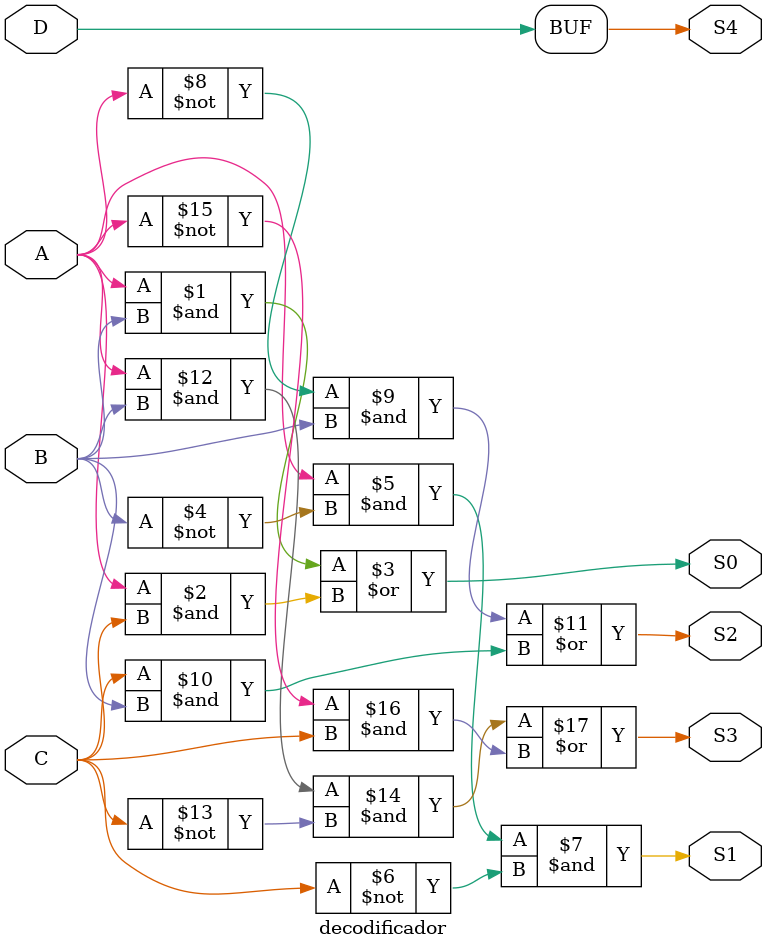
<source format=sv>
module decodificador(A,B,C,D,S0,S1,S2,S3,S4);

 input logic A,B,C,D;
 output logic S0,S1,S2,S3,S4;
 
 assign S0 =((A & B) | (A & C));
 assign S1 =(A & ~B & ~C);
 assign S2 =(( ~A & B) | (C & B));
 assign S3 =((A & B & ~C)| ( ~A & C));
 assign S4 = D;	
	
endmodule 

</source>
